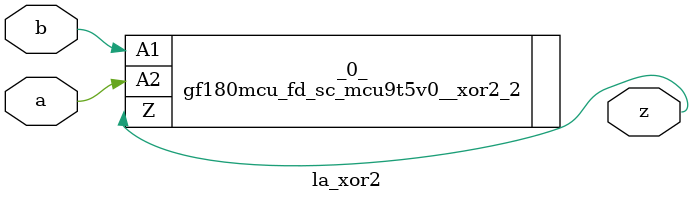
<source format=v>

/* Generated by Yosys 0.37 (git sha1 a5c7f69ed, clang 14.0.0-1ubuntu1.1 -fPIC -Os) */

module la_xor2(a, b, z);
  input a;
  wire a;
  input b;
  wire b;
  output z;
  wire z;
  gf180mcu_fd_sc_mcu9t5v0__xor2_2 _0_ (
    .A1(b),
    .A2(a),
    .Z(z)
  );
endmodule

</source>
